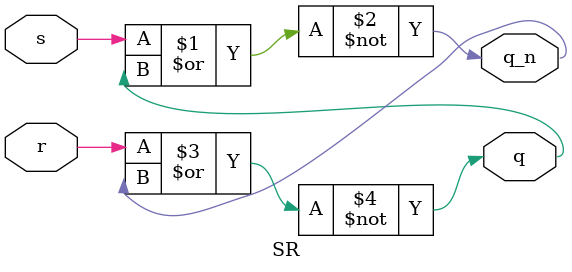
<source format=v>
`timescale 1ns / 1ps
module SR (s, r, q, q_n);
	input s, r;
	output q, q_n;
	
	assign q_n = ~(s | q);
	assign q = ~(r | q_n);
	
endmodule

</source>
